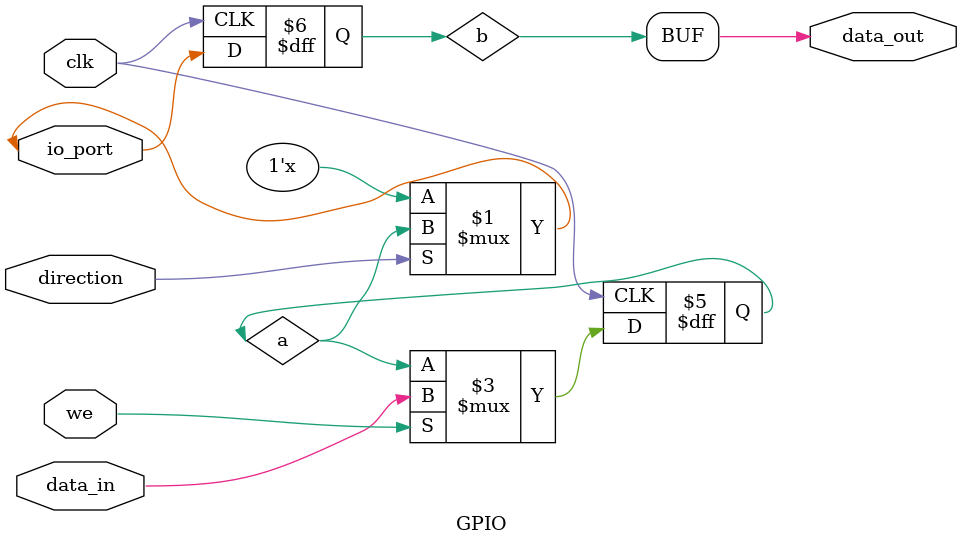
<source format=v>
`timescale 1ns / 1ps


module GPIO(
    input  clk,      // The standard clock
    input  we,
    input  direction,  // Direction of io, 1 = set output, 0 = read input
    input  data_in,    // Data to send out when direction is 1
    output data_out,   // Result of input pin when direction is 0
    inout  io_port     // The i/o port to send data through
);

reg a, b;    

assign io_port  = direction ? a : 1'bz;
assign data_out = b;

always @ (posedge clk)
begin
   b <= io_port;
   if(we)
     a <= data_in;
end

endmodule
</source>
